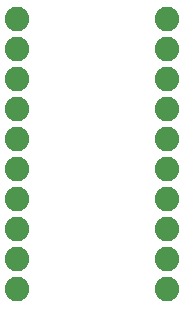
<source format=gbr>
G04 EAGLE Gerber RS-274X export*
G75*
%MOMM*%
%FSLAX34Y34*%
%LPD*%
%INSoldermask Bottom*%
%IPPOS*%
%AMOC8*
5,1,8,0,0,1.08239X$1,22.5*%
G01*
%ADD10C,2.082800*%


D10*
X146050Y266700D03*
X146050Y241300D03*
X146050Y215900D03*
X146050Y190500D03*
X146050Y165100D03*
X146050Y139700D03*
X146050Y114300D03*
X146050Y88900D03*
X146050Y63500D03*
X146050Y38100D03*
X19050Y38100D03*
X19050Y63500D03*
X19050Y88900D03*
X19050Y114300D03*
X19050Y139700D03*
X19050Y165100D03*
X19050Y190500D03*
X19050Y215900D03*
X19050Y241300D03*
X19050Y266700D03*
M02*

</source>
